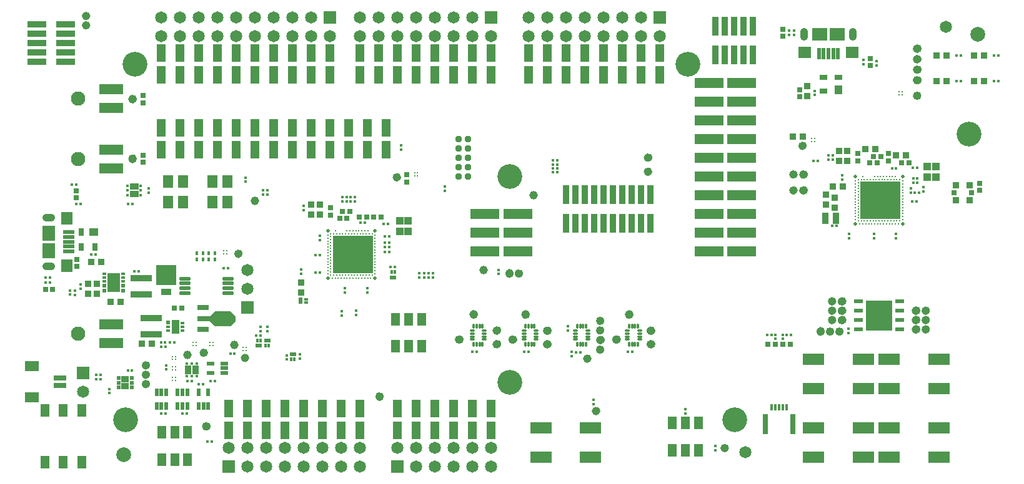
<source format=gts>
G04*
G04 #@! TF.GenerationSoftware,Altium Limited,Altium Designer,21.3.2 (30)*
G04*
G04 Layer_Color=8388736*
%FSLAX24Y24*%
%MOIN*%
G70*
G04*
G04 #@! TF.SameCoordinates,6AA30765-9C08-4FBD-BEF0-21A24CA35A80*
G04*
G04*
G04 #@! TF.FilePolarity,Negative*
G04*
G01*
G75*
%ADD111C,0.0240*%
%ADD112C,0.0454*%
%ADD113R,0.0690X0.1044*%
%ADD114R,0.0232X0.0154*%
%ADD115R,0.0217X0.0226*%
%ADD116R,0.0560X0.0360*%
%ADD117R,0.1060X0.1111*%
%ADD118R,0.0454X0.0690*%
%ADD119C,0.0139*%
%ADD120O,0.0611X0.0217*%
%ADD121C,0.0132*%
%ADD122O,0.0118X0.0287*%
%ADD123O,0.0287X0.0118*%
%ADD124R,0.0513X0.0237*%
%ADD125R,0.1399X0.1635*%
%ADD126R,0.1143X0.0611*%
%ADD127R,0.0166X0.0178*%
%ADD128R,0.0178X0.0166*%
%ADD129R,0.1312X0.0560*%
%ADD130R,0.0296X0.1084*%
%ADD131R,0.0157X0.0354*%
%ADD132R,0.0316X0.0257*%
%ADD133R,0.0395X0.0454*%
%ADD134R,0.0395X0.0296*%
%ADD135R,0.0375X0.0355*%
%ADD136R,0.0532X0.0690*%
%ADD137R,0.0359X0.1005*%
%ADD138R,0.1560X0.0560*%
%ADD139R,0.0462X0.0922*%
%ADD140R,0.0454X0.0651*%
%ADD141R,0.0454X0.0395*%
%ADD142R,0.0296X0.0395*%
%ADD143R,0.0611X0.0690*%
%ADD144R,0.0670X0.0808*%
%ADD145R,0.0591X0.0217*%
%ADD146C,0.0787*%
%ADD147C,0.0370*%
%ADD148R,0.0355X0.0375*%
%ADD149R,0.0769X0.0532*%
%ADD150R,0.0670X0.0296*%
%ADD151R,0.0138X0.0197*%
%ADD152R,0.0327X0.0209*%
%ADD153R,0.0198X0.0414*%
%ADD154R,0.1123X0.0375*%
%ADD155R,0.0220X0.0209*%
%ADD156R,0.0406X0.0323*%
%ADD157R,0.0256X0.0276*%
%ADD158R,0.0236X0.0197*%
%ADD159R,0.0236X0.0157*%
%ADD160R,0.0414X0.0769*%
%ADD161R,0.0611X0.0296*%
%ADD162R,0.0729X0.0296*%
%ADD163R,0.0158X0.0202*%
%ADD164R,0.0360X0.0380*%
%ADD165R,0.0257X0.0296*%
%ADD166R,0.0181X0.0169*%
%ADD167R,0.0177X0.0157*%
%ADD168R,0.0323X0.0453*%
%ADD169R,0.0146X0.0157*%
%ADD170R,0.0375X0.0355*%
%ADD171R,0.0288X0.0257*%
%ADD172R,0.0380X0.0360*%
%ADD173R,0.0197X0.0138*%
%ADD174R,0.0209X0.0327*%
%ADD175C,0.0197*%
%ADD176C,0.0128*%
%ADD177R,0.2165X0.2008*%
%ADD178R,0.0157X0.0146*%
%ADD179R,0.0355X0.0611*%
%ADD180R,0.0296X0.0257*%
%ADD181R,0.0395X0.0434*%
%ADD182R,0.0453X0.0323*%
%ADD183R,0.0157X0.0177*%
%ADD184R,0.0217X0.0591*%
%ADD185R,0.0808X0.0670*%
%ADD186R,0.0690X0.0611*%
%ADD187R,0.0414X0.0198*%
%ADD188R,0.1005X0.0359*%
%ADD189R,0.0257X0.0316*%
%ADD190C,0.0761*%
%ADD191C,0.0651*%
%ADD192R,0.0651X0.0651*%
%ADD193O,0.0690X0.0414*%
%ADD194R,0.0651X0.0651*%
%ADD195O,0.0414X0.0690*%
%ADD196C,0.1320*%
G36*
X11083Y8804D02*
X11088Y8803D01*
X11092Y8801D01*
X11096Y8798D01*
X11100Y8795D01*
X11356Y8539D01*
X11359Y8536D01*
X11361Y8532D01*
X11363Y8527D01*
X11364Y8523D01*
X11364Y8518D01*
Y8282D01*
X11364Y8277D01*
X11363Y8273D01*
X11361Y8268D01*
X11359Y8264D01*
X11356Y8261D01*
X11100Y8005D01*
X11096Y8002D01*
X11092Y7999D01*
X11088Y7997D01*
X11083Y7996D01*
X11078Y7996D01*
X10291D01*
X10286Y7996D01*
X10282Y7997D01*
X10277Y7999D01*
X10273Y8002D01*
X10270Y8005D01*
X10014Y8261D01*
X10011Y8264D01*
X10008Y8268D01*
X10006Y8273D01*
X10005Y8277D01*
X10005Y8282D01*
Y8518D01*
X10005Y8523D01*
X10006Y8527D01*
X10008Y8532D01*
X10011Y8536D01*
X10014Y8539D01*
X10270Y8795D01*
X10273Y8798D01*
X10277Y8801D01*
X10282Y8803D01*
X10286Y8804D01*
X10291Y8804D01*
X11078D01*
X11083Y8804D01*
D02*
G37*
D111*
X30951Y7253D02*
G03*
X30951Y7253I-110J0D01*
G01*
X30929D02*
G03*
X30929Y7253I-110J0D01*
G01*
X47858Y22263D02*
G03*
X47858Y22263I-110J0D01*
G01*
X47836D02*
G03*
X47836Y22263I-110J0D01*
G01*
X37570Y1481D02*
G03*
X37570Y1481I-110J0D01*
G01*
X42693Y7721D02*
G03*
X42693Y7721I-110J0D01*
G01*
Y7699D02*
G03*
X42693Y7699I-110J0D01*
G01*
X43193Y7709D02*
G03*
X43193Y7709I-110J0D01*
G01*
X41241Y16100D02*
G03*
X41241Y16100I-110J0D01*
G01*
X41769D02*
G03*
X41769Y16100I-110J0D01*
G01*
X41791D02*
G03*
X41791Y16100I-110J0D01*
G01*
X30711Y3460D02*
G03*
X30711Y3460I-110J0D01*
G01*
X31786Y7280D02*
G03*
X31786Y7280I-110J0D01*
G01*
X31808D02*
G03*
X31808Y7280I-110J0D01*
G01*
X33648Y7030D02*
G03*
X33648Y7030I-110J0D01*
G01*
X33626D02*
G03*
X33626Y7030I-110J0D01*
G01*
X3501Y24070D02*
G03*
X3501Y24070I-110J0D01*
G01*
X33648Y7750D02*
G03*
X33648Y7750I-110J0D01*
G01*
X33626D02*
G03*
X33626Y7750I-110J0D01*
G01*
X32477Y8628D02*
G03*
X32477Y8628I-110J0D01*
G01*
Y8606D02*
G03*
X32477Y8606I-110J0D01*
G01*
X28121Y7030D02*
G03*
X28121Y7030I-110J0D01*
G01*
X28099D02*
G03*
X28099Y7030I-110J0D01*
G01*
X20080Y15951D02*
G03*
X20080Y15951I-110J0D01*
G01*
X41730Y17629D02*
G03*
X41730Y17629I-110J0D01*
G01*
X33479Y17000D02*
G03*
X33479Y17000I-110J0D01*
G01*
X33501D02*
G03*
X33501Y17000I-110J0D01*
G01*
X33479Y16250D02*
G03*
X33479Y16250I-110J0D01*
G01*
X9909Y2640D02*
G03*
X9909Y2640I-110J0D01*
G01*
X9931D02*
G03*
X9931Y2640I-110J0D01*
G01*
X23421Y7280D02*
G03*
X23421Y7280I-110J0D01*
G01*
X23399D02*
G03*
X23399Y7280I-110J0D01*
G01*
X24180Y8609D02*
G03*
X24180Y8609I-110J0D01*
G01*
Y8631D02*
G03*
X24180Y8631I-110J0D01*
G01*
X25409Y7760D02*
G03*
X25409Y7760I-110J0D01*
G01*
X25431D02*
G03*
X25431Y7760I-110J0D01*
G01*
X25409Y7030D02*
G03*
X25409Y7030I-110J0D01*
G01*
X25431D02*
G03*
X25431Y7030I-110J0D01*
G01*
X26950Y8606D02*
G03*
X26950Y8606I-110J0D01*
G01*
Y8628D02*
G03*
X26950Y8628I-110J0D01*
G01*
X28099Y7750D02*
G03*
X28099Y7750I-110J0D01*
G01*
X28121D02*
G03*
X28121Y7750I-110J0D01*
G01*
X11630Y11861D02*
G03*
X11630Y11861I-110J0D01*
G01*
X3501Y24570D02*
G03*
X3501Y24570I-110J0D01*
G01*
X30241Y6260D02*
G03*
X30241Y6260I-110J0D01*
G01*
X30929Y8280D02*
G03*
X30929Y8280I-110J0D01*
G01*
Y7767D02*
G03*
X30929Y7767I-110J0D01*
G01*
Y6740D02*
G03*
X30929Y6740I-110J0D01*
G01*
X5980Y20119D02*
G03*
X5980Y20119I-110J0D01*
G01*
Y20141D02*
G03*
X5980Y20141I-110J0D01*
G01*
Y16928D02*
G03*
X5980Y16928I-110J0D01*
G01*
Y16950D02*
G03*
X5980Y16950I-110J0D01*
G01*
X9780Y6571D02*
G03*
X9780Y6571I-110J0D01*
G01*
X19160Y4241D02*
G03*
X19160Y4241I-110J0D01*
G01*
Y4219D02*
G03*
X19160Y4219I-110J0D01*
G01*
X11979Y6296D02*
G03*
X11979Y6296I-110J0D01*
G01*
X6692Y4900D02*
G03*
X6692Y4900I-110J0D01*
G01*
X6691Y5400D02*
G03*
X6691Y5400I-110J0D01*
G01*
X6692Y5900D02*
G03*
X6692Y5900I-110J0D01*
G01*
X26090Y10799D02*
G03*
X26090Y10799I-110J0D01*
G01*
Y10821D02*
G03*
X26090Y10821I-110J0D01*
G01*
X26590Y10809D02*
G03*
X26590Y10809I-110J0D01*
G01*
X48302Y8820D02*
G03*
X48302Y8820I-110J0D01*
G01*
Y8320D02*
G03*
X48302Y8320I-110J0D01*
G01*
Y7820D02*
G03*
X48302Y7820I-110J0D01*
G01*
X43304Y9320D02*
G03*
X43304Y9320I-110J0D01*
G01*
Y8820D02*
G03*
X43304Y8820I-110J0D01*
G01*
Y8320D02*
G03*
X43304Y8320I-110J0D01*
G01*
X43693Y7709D02*
G03*
X43693Y7709I-110J0D01*
G01*
X47772Y8820D02*
G03*
X47772Y8820I-110J0D01*
G01*
X47794D02*
G03*
X47794Y8820I-110J0D01*
G01*
X47772Y8320D02*
G03*
X47772Y8320I-110J0D01*
G01*
X47794D02*
G03*
X47794Y8320I-110J0D01*
G01*
X47772Y7820D02*
G03*
X47772Y7820I-110J0D01*
G01*
X47794D02*
G03*
X47794Y7820I-110J0D01*
G01*
X43844Y9320D02*
G03*
X43844Y9320I-110J0D01*
G01*
X43822D02*
G03*
X43822Y9320I-110J0D01*
G01*
X43844Y8820D02*
G03*
X43844Y8820I-110J0D01*
G01*
X43822D02*
G03*
X43822Y8820I-110J0D01*
G01*
X43844Y8320D02*
G03*
X43844Y8320I-110J0D01*
G01*
X43822D02*
G03*
X43822Y8320I-110J0D01*
G01*
X47840Y20311D02*
G03*
X47840Y20311I-110J0D01*
G01*
X47858Y21703D02*
G03*
X47858Y21703I-110J0D01*
G01*
X47836D02*
G03*
X47836Y21703I-110J0D01*
G01*
X47858Y21143D02*
G03*
X47858Y21143I-110J0D01*
G01*
X47836D02*
G03*
X47836Y21143I-110J0D01*
G01*
X47858Y22823D02*
G03*
X47858Y22823I-110J0D01*
G01*
X47836D02*
G03*
X47836Y22823I-110J0D01*
G01*
X41241Y15250D02*
G03*
X41241Y15250I-110J0D01*
G01*
X41769D02*
G03*
X41769Y15250I-110J0D01*
G01*
X41791D02*
G03*
X41791Y15250I-110J0D01*
G01*
X26259Y7280D02*
G03*
X26259Y7280I-110J0D01*
G01*
X26281D02*
G03*
X26281Y7280I-110J0D01*
G01*
D112*
X11300Y7000D02*
D03*
X24600Y11000D02*
D03*
X27250Y15000D02*
D03*
X12400Y14700D02*
D03*
X8800Y6450D02*
D03*
D113*
X4860Y10340D02*
D03*
D114*
X4360Y10793D02*
D03*
Y10596D02*
D03*
Y10399D02*
D03*
X5360D02*
D03*
Y10596D02*
D03*
Y10793D02*
D03*
D115*
X4360Y10143D02*
D03*
Y9887D02*
D03*
X5360D02*
D03*
Y10143D02*
D03*
D116*
X7680Y9810D02*
D03*
D117*
Y10736D02*
D03*
D118*
X8809Y2328D02*
D03*
X8120D02*
D03*
X7431D02*
D03*
Y872D02*
D03*
X8120D02*
D03*
X8809D02*
D03*
X34677Y1354D02*
D03*
X35366D02*
D03*
X36055D02*
D03*
Y2811D02*
D03*
X35366D02*
D03*
X34677D02*
D03*
X19910Y6913D02*
D03*
X20599D02*
D03*
X21288D02*
D03*
Y8370D02*
D03*
X20599D02*
D03*
X19910D02*
D03*
D119*
X30963Y7253D02*
D03*
X30697D02*
D03*
X47870Y22263D02*
D03*
X47604D02*
D03*
X37460Y1603D02*
D03*
Y1357D02*
D03*
X42583Y7843D02*
D03*
Y7577D02*
D03*
X43083Y7587D02*
D03*
Y7833D02*
D03*
X41253Y16100D02*
D03*
X41007D02*
D03*
X41537D02*
D03*
X41803D02*
D03*
X30477Y3460D02*
D03*
X30723D02*
D03*
X31554Y7280D02*
D03*
X31820D02*
D03*
X33660Y7030D02*
D03*
X33394D02*
D03*
X3513Y24070D02*
D03*
X3267D02*
D03*
X33660Y7750D02*
D03*
X33394D02*
D03*
X32367Y8750D02*
D03*
Y8484D02*
D03*
X28133Y7030D02*
D03*
X27867D02*
D03*
X19970Y16073D02*
D03*
Y15827D02*
D03*
X41620Y17507D02*
D03*
Y17753D02*
D03*
X33247Y17000D02*
D03*
X33513D02*
D03*
X33491Y16250D02*
D03*
X33245D02*
D03*
X9677Y2640D02*
D03*
X9943D02*
D03*
X23433Y7280D02*
D03*
X23167D02*
D03*
X24070Y8487D02*
D03*
Y8753D02*
D03*
X25177Y7760D02*
D03*
X25443D02*
D03*
X25177Y7030D02*
D03*
X25443D02*
D03*
X26840Y8484D02*
D03*
Y8750D02*
D03*
X27867Y7750D02*
D03*
X28133D02*
D03*
X11520Y11983D02*
D03*
Y11737D02*
D03*
X3513Y24570D02*
D03*
X3267D02*
D03*
X30253Y6260D02*
D03*
X30007D02*
D03*
X30697Y8280D02*
D03*
X30943D02*
D03*
X30697Y7767D02*
D03*
X30943D02*
D03*
X30697Y6740D02*
D03*
X30943D02*
D03*
X5870Y19997D02*
D03*
Y20263D02*
D03*
Y16806D02*
D03*
Y17072D02*
D03*
X9670Y6693D02*
D03*
Y6447D02*
D03*
X19050Y4363D02*
D03*
Y4097D02*
D03*
X11991Y6296D02*
D03*
X11745D02*
D03*
X6704Y4900D02*
D03*
X6458D02*
D03*
X6703Y5400D02*
D03*
X6457D02*
D03*
X6704Y5900D02*
D03*
X6458D02*
D03*
X25980Y10677D02*
D03*
Y10943D02*
D03*
X26480Y10687D02*
D03*
Y10933D02*
D03*
X48070Y8820D02*
D03*
X48316D02*
D03*
X48070Y8320D02*
D03*
X48316D02*
D03*
X48070Y7820D02*
D03*
X48316D02*
D03*
X43316Y9320D02*
D03*
X43070D02*
D03*
X43316Y8820D02*
D03*
X43070D02*
D03*
X43316Y8320D02*
D03*
X43070D02*
D03*
X43583Y7587D02*
D03*
Y7833D02*
D03*
X47540Y8820D02*
D03*
X47806D02*
D03*
X47540Y8320D02*
D03*
X47806D02*
D03*
X47540Y7820D02*
D03*
X47806D02*
D03*
X43856Y9320D02*
D03*
X43590D02*
D03*
X43856Y8820D02*
D03*
X43590D02*
D03*
X43856Y8320D02*
D03*
X43590D02*
D03*
X47730Y20433D02*
D03*
Y20187D02*
D03*
X47870Y21703D02*
D03*
X47604D02*
D03*
X47870Y21143D02*
D03*
X47604D02*
D03*
X47870Y22823D02*
D03*
X47604D02*
D03*
X41253Y15250D02*
D03*
X41007D02*
D03*
X41537D02*
D03*
X41803D02*
D03*
X26027Y7280D02*
D03*
X26293D02*
D03*
D120*
X10981Y9766D02*
D03*
Y10022D02*
D03*
Y10278D02*
D03*
Y10534D02*
D03*
X8659Y9766D02*
D03*
Y10022D02*
D03*
Y10278D02*
D03*
Y10534D02*
D03*
D121*
X11779Y6845D02*
D03*
X11937D02*
D03*
X11779Y6687D02*
D03*
X11937D02*
D03*
X20921Y16031D02*
D03*
Y16189D02*
D03*
X21079Y16031D02*
D03*
Y16189D02*
D03*
X10741Y11871D02*
D03*
Y12029D02*
D03*
X10899Y11871D02*
D03*
Y12029D02*
D03*
X42111Y17851D02*
D03*
Y18009D02*
D03*
X42269Y17851D02*
D03*
Y18009D02*
D03*
X7991Y5259D02*
D03*
X8149D02*
D03*
X7991Y5101D02*
D03*
X8149D02*
D03*
X7991Y5814D02*
D03*
X8149D02*
D03*
X7991Y5656D02*
D03*
X8149D02*
D03*
X9259Y6961D02*
D03*
X9101D02*
D03*
X9259Y7119D02*
D03*
X9101D02*
D03*
X7991Y6369D02*
D03*
X8149D02*
D03*
X7991Y6211D02*
D03*
X8149D02*
D03*
X10149Y6961D02*
D03*
X9991D02*
D03*
X10149Y7119D02*
D03*
X9991D02*
D03*
X46929Y20351D02*
D03*
X46771D02*
D03*
X46929Y20509D02*
D03*
X46771D02*
D03*
D122*
X27310Y7034D02*
D03*
X27152D02*
D03*
X26995D02*
D03*
X26837D02*
D03*
Y7999D02*
D03*
X26995D02*
D03*
X27152D02*
D03*
X27310D02*
D03*
X32836Y7034D02*
D03*
X32679D02*
D03*
X32521D02*
D03*
X32364D02*
D03*
Y7999D02*
D03*
X32521D02*
D03*
X32679D02*
D03*
X32836D02*
D03*
X30073Y7034D02*
D03*
X29915D02*
D03*
X29758D02*
D03*
X29600D02*
D03*
Y7999D02*
D03*
X29758D02*
D03*
X29915D02*
D03*
X30073D02*
D03*
X24546Y7034D02*
D03*
X24389D02*
D03*
X24231D02*
D03*
X24074D02*
D03*
Y7999D02*
D03*
X24231D02*
D03*
X24389D02*
D03*
X24546D02*
D03*
D123*
X26749Y7280D02*
D03*
Y7437D02*
D03*
Y7595D02*
D03*
Y7752D02*
D03*
X27398D02*
D03*
Y7595D02*
D03*
Y7437D02*
D03*
Y7280D02*
D03*
X32275D02*
D03*
Y7437D02*
D03*
Y7595D02*
D03*
Y7752D02*
D03*
X32925D02*
D03*
Y7595D02*
D03*
Y7437D02*
D03*
Y7280D02*
D03*
X29512D02*
D03*
Y7437D02*
D03*
Y7595D02*
D03*
Y7752D02*
D03*
X30161D02*
D03*
Y7595D02*
D03*
Y7437D02*
D03*
Y7280D02*
D03*
X23985D02*
D03*
Y7437D02*
D03*
Y7595D02*
D03*
Y7752D02*
D03*
X24635D02*
D03*
Y7595D02*
D03*
Y7437D02*
D03*
Y7280D02*
D03*
D124*
X46784Y7820D02*
D03*
Y8320D02*
D03*
Y8820D02*
D03*
Y9320D02*
D03*
X44602Y7820D02*
D03*
Y8320D02*
D03*
Y8820D02*
D03*
Y9320D02*
D03*
D125*
X45693Y8570D02*
D03*
D126*
X30309Y985D02*
D03*
Y2560D02*
D03*
X27651Y985D02*
D03*
Y2560D02*
D03*
X48904Y985D02*
D03*
Y2560D02*
D03*
X46247Y985D02*
D03*
Y2560D02*
D03*
X44864Y985D02*
D03*
Y2560D02*
D03*
X42207Y985D02*
D03*
Y2560D02*
D03*
X46247Y6232D02*
D03*
Y4657D02*
D03*
X48904Y6232D02*
D03*
Y4657D02*
D03*
X42207Y6232D02*
D03*
Y4657D02*
D03*
X44864Y6232D02*
D03*
Y4657D02*
D03*
D127*
X39728Y7530D02*
D03*
X39952D02*
D03*
X19648Y11150D02*
D03*
X19872D02*
D03*
X47839Y15117D02*
D03*
X47615D02*
D03*
X19347Y12800D02*
D03*
X19571D02*
D03*
X19347Y12220D02*
D03*
X19571D02*
D03*
Y11958D02*
D03*
X19347D02*
D03*
X19493Y13451D02*
D03*
X19268D02*
D03*
X15861Y11781D02*
D03*
X15636D02*
D03*
X15636Y10846D02*
D03*
X15861D02*
D03*
X18260Y13523D02*
D03*
X18035D02*
D03*
X19571Y12470D02*
D03*
X19347D02*
D03*
X43420Y13352D02*
D03*
X43196D02*
D03*
X40778Y7530D02*
D03*
X41002D02*
D03*
X42422Y16840D02*
D03*
X42198D02*
D03*
X8102Y7120D02*
D03*
X7878D02*
D03*
X7612Y7120D02*
D03*
X7388D02*
D03*
X10092Y1820D02*
D03*
X9868D02*
D03*
X11312Y6540D02*
D03*
X11088D02*
D03*
X5842Y5610D02*
D03*
X5618D02*
D03*
X1246Y10590D02*
D03*
X1471D02*
D03*
X52051Y21087D02*
D03*
X51826D02*
D03*
X50051D02*
D03*
X49826D02*
D03*
X52051Y22447D02*
D03*
X51826D02*
D03*
X50051D02*
D03*
X49826D02*
D03*
X5872Y14540D02*
D03*
X5648D02*
D03*
X9022Y5060D02*
D03*
X8798D02*
D03*
D128*
X40166Y7533D02*
D03*
Y7308D02*
D03*
X17802Y8818D02*
D03*
Y8594D02*
D03*
X13060Y15028D02*
D03*
Y15252D02*
D03*
X11910Y15932D02*
D03*
Y15708D02*
D03*
X15000Y14198D02*
D03*
Y14422D02*
D03*
X18406Y9799D02*
D03*
Y10023D02*
D03*
X13050Y7728D02*
D03*
Y7952D02*
D03*
X14800Y6482D02*
D03*
Y6258D02*
D03*
X14100Y6432D02*
D03*
Y6208D02*
D03*
X12700Y7728D02*
D03*
Y7952D02*
D03*
X15857Y12604D02*
D03*
Y12828D02*
D03*
X17186Y9799D02*
D03*
Y10023D02*
D03*
X17048Y8559D02*
D03*
Y8784D02*
D03*
X45435Y12913D02*
D03*
Y12688D02*
D03*
X44115Y12913D02*
D03*
Y12688D02*
D03*
X46615D02*
D03*
Y12913D02*
D03*
X4630Y4408D02*
D03*
Y4632D02*
D03*
X7650Y5902D02*
D03*
Y5678D02*
D03*
X3929Y5158D02*
D03*
Y5382D02*
D03*
X4149D02*
D03*
Y5158D02*
D03*
X3090Y10222D02*
D03*
Y9998D02*
D03*
X2800Y9892D02*
D03*
Y9668D02*
D03*
X25400Y11002D02*
D03*
Y10778D02*
D03*
X41157Y23791D02*
D03*
Y23567D02*
D03*
X43010Y16888D02*
D03*
Y17112D02*
D03*
X43230Y16888D02*
D03*
Y17112D02*
D03*
X36950Y1358D02*
D03*
Y1582D02*
D03*
X29090Y7982D02*
D03*
Y7758D02*
D03*
X40564Y7308D02*
D03*
Y7533D02*
D03*
X35370Y3562D02*
D03*
Y3338D02*
D03*
X21890Y10598D02*
D03*
Y10822D02*
D03*
X21653Y10598D02*
D03*
Y10822D02*
D03*
X21417Y10598D02*
D03*
Y10822D02*
D03*
X21180Y10598D02*
D03*
Y10822D02*
D03*
X17730Y14658D02*
D03*
Y14882D02*
D03*
X17510Y14658D02*
D03*
Y14882D02*
D03*
X17290Y14658D02*
D03*
Y14882D02*
D03*
X17070Y14658D02*
D03*
Y14882D02*
D03*
X22520Y15442D02*
D03*
Y15218D02*
D03*
X20200Y17428D02*
D03*
Y17652D02*
D03*
X14850Y10798D02*
D03*
Y11022D02*
D03*
X29310Y6612D02*
D03*
Y6388D02*
D03*
X12830Y15252D02*
D03*
Y15028D02*
D03*
X30470Y4042D02*
D03*
Y3818D02*
D03*
X6740Y15342D02*
D03*
Y15118D02*
D03*
D129*
X4724Y17429D02*
D03*
Y16429D02*
D03*
Y8090D02*
D03*
Y7090D02*
D03*
Y20657D02*
D03*
Y19657D02*
D03*
D130*
X41112Y2767D02*
D03*
X39616D02*
D03*
D131*
X40560Y3673D02*
D03*
X40364D02*
D03*
X40167D02*
D03*
X39970D02*
D03*
X40757D02*
D03*
D132*
X1613Y9967D02*
D03*
X1239D02*
D03*
D133*
X43526Y20634D02*
D03*
D134*
Y21303D02*
D03*
X42719D02*
D03*
Y20555D02*
D03*
D135*
X41864Y20825D02*
D03*
Y20294D02*
D03*
X43338Y14858D02*
D03*
Y14326D02*
D03*
X15414Y14480D02*
D03*
Y13948D02*
D03*
X15857Y14480D02*
D03*
Y13948D02*
D03*
X44007Y16838D02*
D03*
Y17370D02*
D03*
X42875Y14484D02*
D03*
Y15015D02*
D03*
X43564Y17370D02*
D03*
Y16838D02*
D03*
X3970Y9724D02*
D03*
Y10256D02*
D03*
X3500Y9724D02*
D03*
Y10256D02*
D03*
D136*
X7775Y15711D02*
D03*
X8563Y14609D02*
D03*
X7775D02*
D03*
X10137D02*
D03*
X10925D02*
D03*
X8563Y15711D02*
D03*
X10137D02*
D03*
X10925D02*
D03*
D137*
X29000Y15018D02*
D03*
X29500D02*
D03*
X30000D02*
D03*
X30500D02*
D03*
X31000D02*
D03*
X29000Y13482D02*
D03*
X29500D02*
D03*
X30000D02*
D03*
X30500D02*
D03*
X31000D02*
D03*
X33500D02*
D03*
X33000D02*
D03*
X32500D02*
D03*
X32000D02*
D03*
X31500D02*
D03*
X33500Y15018D02*
D03*
X33000D02*
D03*
X32500D02*
D03*
X32000D02*
D03*
X31500D02*
D03*
X38970Y22502D02*
D03*
X38470D02*
D03*
X37970D02*
D03*
X37470D02*
D03*
X36970D02*
D03*
X38970Y24038D02*
D03*
X38470D02*
D03*
X37970D02*
D03*
X37470D02*
D03*
X36970D02*
D03*
D138*
X38375Y12000D02*
D03*
X36625D02*
D03*
X38375Y14000D02*
D03*
X36625D02*
D03*
X38375Y16000D02*
D03*
X36625D02*
D03*
X38375Y17000D02*
D03*
X36625D02*
D03*
X38375Y18000D02*
D03*
X36625D02*
D03*
X38375Y19000D02*
D03*
X36625D02*
D03*
X38375Y20000D02*
D03*
X36625D02*
D03*
X38375Y21000D02*
D03*
X36625D02*
D03*
Y15000D02*
D03*
X38375D02*
D03*
X36625Y13000D02*
D03*
X38375D02*
D03*
X26425Y12000D02*
D03*
X24675D02*
D03*
X26425Y13000D02*
D03*
X24675D02*
D03*
X26425Y14000D02*
D03*
X24675D02*
D03*
D139*
X31000Y21423D02*
D03*
Y22577D02*
D03*
X27000Y21423D02*
D03*
X30000D02*
D03*
X29000Y21423D02*
D03*
X34000Y21423D02*
D03*
X33000D02*
D03*
X27000Y22577D02*
D03*
X30000D02*
D03*
X29000D02*
D03*
X34000D02*
D03*
X33000D02*
D03*
X28000Y21423D02*
D03*
X32000D02*
D03*
X28000Y22577D02*
D03*
X32000D02*
D03*
X7400Y21423D02*
D03*
X13400D02*
D03*
X7400Y22577D02*
D03*
X13400D02*
D03*
X8400Y21423D02*
D03*
X9400Y21423D02*
D03*
X11400D02*
D03*
X12400D02*
D03*
X15400D02*
D03*
X16400D02*
D03*
X8400Y22577D02*
D03*
X9400D02*
D03*
X11400D02*
D03*
X12400D02*
D03*
X15400D02*
D03*
X16400D02*
D03*
X10400Y21423D02*
D03*
X14400Y21423D02*
D03*
X10400Y22577D02*
D03*
X14400D02*
D03*
X14000Y3577D02*
D03*
Y2423D02*
D03*
X18000Y3577D02*
D03*
X15000D02*
D03*
X16000Y3577D02*
D03*
X11000Y3577D02*
D03*
X12000D02*
D03*
X18000Y2423D02*
D03*
X15000D02*
D03*
X16000D02*
D03*
X11000D02*
D03*
X12000D02*
D03*
X17000Y3577D02*
D03*
X13000D02*
D03*
X17000Y2423D02*
D03*
X13000D02*
D03*
X23000Y3577D02*
D03*
X23000Y2423D02*
D03*
X25000Y3577D02*
D03*
X24000D02*
D03*
X21000D02*
D03*
X20000D02*
D03*
X25000Y2423D02*
D03*
X24000D02*
D03*
X21000D02*
D03*
X20000D02*
D03*
X22000Y3577D02*
D03*
Y2423D02*
D03*
X15400Y18577D02*
D03*
Y17423D02*
D03*
X16400Y18577D02*
D03*
Y17423D02*
D03*
X7400D02*
D03*
Y18577D02*
D03*
X11400D02*
D03*
Y17423D02*
D03*
X12400Y18577D02*
D03*
Y17423D02*
D03*
X10400Y18577D02*
D03*
Y17423D02*
D03*
X9400Y18577D02*
D03*
Y17423D02*
D03*
X8400D02*
D03*
Y18577D02*
D03*
X14400Y17423D02*
D03*
Y18577D02*
D03*
X13400Y17423D02*
D03*
Y18577D02*
D03*
X17400Y17423D02*
D03*
Y18577D02*
D03*
X18400Y17423D02*
D03*
Y18577D02*
D03*
X19400Y17423D02*
D03*
Y18577D02*
D03*
X22000Y21423D02*
D03*
Y22577D02*
D03*
X18000Y21423D02*
D03*
X21000D02*
D03*
X20000Y21423D02*
D03*
X25000Y21423D02*
D03*
X24000D02*
D03*
X18000Y22577D02*
D03*
X21000D02*
D03*
X20000D02*
D03*
X25000D02*
D03*
X24000D02*
D03*
X19000Y21423D02*
D03*
X23000D02*
D03*
X19000Y22577D02*
D03*
X23000D02*
D03*
D140*
X3160Y732D02*
D03*
X1192D02*
D03*
X2176D02*
D03*
Y3488D02*
D03*
X1192D02*
D03*
X3160D02*
D03*
D141*
X3791Y13034D02*
D03*
D142*
X3122D02*
D03*
Y12226D02*
D03*
X3870D02*
D03*
D143*
X2365Y13760D02*
D03*
Y11240D02*
D03*
D144*
X1400Y12028D02*
D03*
Y12972D02*
D03*
D145*
X2454Y11988D02*
D03*
Y12244D02*
D03*
Y13012D02*
D03*
Y12756D02*
D03*
Y12500D02*
D03*
D146*
X50973Y23600D02*
D03*
X5411Y1120D02*
D03*
D147*
X23250Y16000D02*
D03*
Y16500D02*
D03*
Y17000D02*
D03*
Y17500D02*
D03*
Y18000D02*
D03*
X23750D02*
D03*
Y17500D02*
D03*
Y17000D02*
D03*
Y16500D02*
D03*
Y16000D02*
D03*
D148*
X3660Y11440D02*
D03*
X4192D02*
D03*
X43229Y15468D02*
D03*
X43761D02*
D03*
X47137Y17112D02*
D03*
X46605D02*
D03*
X45513Y17466D02*
D03*
X44981D02*
D03*
X41626Y18140D02*
D03*
X41094D02*
D03*
X5226Y9280D02*
D03*
X4694D02*
D03*
X6886Y7070D02*
D03*
X6354D02*
D03*
D149*
X484Y4203D02*
D03*
Y5857D02*
D03*
D150*
X2010Y4833D02*
D03*
Y5227D02*
D03*
D151*
X12521Y7238D02*
D03*
X12699D02*
D03*
X13139Y6962D02*
D03*
X12961D02*
D03*
X14509Y6212D02*
D03*
X14331D02*
D03*
X19686Y10880D02*
D03*
X19863D02*
D03*
D152*
X12610Y6962D02*
D03*
X13050Y7238D02*
D03*
X14420Y6488D02*
D03*
X19775Y10605D02*
D03*
D153*
X9394Y4474D02*
D03*
X9906D02*
D03*
Y3726D02*
D03*
X9650D02*
D03*
X9394D02*
D03*
X8786Y3726D02*
D03*
X8530D02*
D03*
X8274D02*
D03*
Y4474D02*
D03*
X8530D02*
D03*
X8786D02*
D03*
X7666Y3726D02*
D03*
X7410D02*
D03*
X7154D02*
D03*
Y4474D02*
D03*
X7410D02*
D03*
X7666D02*
D03*
D154*
X6850Y8413D02*
D03*
Y7547D02*
D03*
X6340Y9687D02*
D03*
Y10553D02*
D03*
D155*
X5124Y5226D02*
D03*
Y4970D02*
D03*
Y4714D02*
D03*
X5836D02*
D03*
Y4970D02*
D03*
Y5226D02*
D03*
D156*
X5480Y5157D02*
D03*
Y4783D02*
D03*
D157*
X6430Y20327D02*
D03*
Y19933D02*
D03*
Y16742D02*
D03*
Y17136D02*
D03*
D158*
X7776Y8177D02*
D03*
D159*
Y7960D02*
D03*
Y7763D02*
D03*
X8544D02*
D03*
Y7960D02*
D03*
Y8157D02*
D03*
D160*
X8160Y7960D02*
D03*
D161*
X9641Y8991D02*
D03*
Y7809D02*
D03*
D162*
X9700Y8400D02*
D03*
D163*
X10260Y11553D02*
D03*
Y11884D02*
D03*
X9940Y11553D02*
D03*
Y11884D02*
D03*
X9300Y11553D02*
D03*
Y11884D02*
D03*
X9620Y11553D02*
D03*
Y11884D02*
D03*
D164*
X51313Y21087D02*
D03*
X50763D02*
D03*
X49313D02*
D03*
X48763D02*
D03*
X51313Y22447D02*
D03*
X50763D02*
D03*
X49313D02*
D03*
X48763D02*
D03*
D165*
X20490Y15703D02*
D03*
Y16097D02*
D03*
X51050Y15637D02*
D03*
Y15243D02*
D03*
X16428Y13926D02*
D03*
Y14320D02*
D03*
X44578Y16816D02*
D03*
Y17210D02*
D03*
X46202Y16836D02*
D03*
Y17230D02*
D03*
D166*
X28300Y16862D02*
D03*
Y16638D02*
D03*
X28520Y16862D02*
D03*
Y16638D02*
D03*
D167*
X9292Y5308D02*
D03*
X9036D02*
D03*
X8780D02*
D03*
Y5997D02*
D03*
X9036D02*
D03*
X9292D02*
D03*
D168*
X9229Y5652D02*
D03*
X8843D02*
D03*
D169*
X47478Y14670D02*
D03*
X47702D02*
D03*
X12474Y7486D02*
D03*
X12699D02*
D03*
X47722Y16462D02*
D03*
X47497D02*
D03*
X32298Y6620D02*
D03*
X32522D02*
D03*
X8528Y3310D02*
D03*
X8752D02*
D03*
X10028Y5070D02*
D03*
X10252D02*
D03*
X9408Y4890D02*
D03*
X9632D02*
D03*
X7408Y3310D02*
D03*
X7632D02*
D03*
X10952Y11100D02*
D03*
X10728D02*
D03*
X5958Y10910D02*
D03*
X6182D02*
D03*
X7398Y6900D02*
D03*
X7622D02*
D03*
X1246Y10310D02*
D03*
X1471D02*
D03*
X3664Y11840D02*
D03*
X3888D02*
D03*
X2852Y15560D02*
D03*
X2628D02*
D03*
X3082Y14520D02*
D03*
X2858D02*
D03*
X29749Y6600D02*
D03*
X29524D02*
D03*
X24222Y6620D02*
D03*
X23998D02*
D03*
X26996D02*
D03*
X26771D02*
D03*
X46607Y16413D02*
D03*
X46383D02*
D03*
D170*
X49793Y14711D02*
D03*
Y15518D02*
D03*
X50541D02*
D03*
Y14711D02*
D03*
D171*
X49710Y15115D02*
D03*
X50623D02*
D03*
D172*
X14850Y10335D02*
D03*
Y9785D02*
D03*
D173*
X15118Y9439D02*
D03*
Y9261D02*
D03*
D174*
X14842Y9350D02*
D03*
D175*
X44440Y15980D02*
D03*
Y13460D02*
D03*
X46960D02*
D03*
Y15980D02*
D03*
X16290Y13090D02*
D03*
Y10570D02*
D03*
X18809D02*
D03*
Y13090D02*
D03*
D176*
X46566Y15980D02*
D03*
X46723Y13460D02*
D03*
X46566D02*
D03*
X46802Y13618D02*
D03*
Y15822D02*
D03*
X44440Y13696D02*
D03*
X46409Y13460D02*
D03*
X46251D02*
D03*
X46094D02*
D03*
X45936D02*
D03*
X45779D02*
D03*
X45621D02*
D03*
X45464D02*
D03*
X45306D02*
D03*
X45149D02*
D03*
X44991D02*
D03*
X44834D02*
D03*
X44676D02*
D03*
X46645Y13618D02*
D03*
X46487D02*
D03*
X46330D02*
D03*
X46172D02*
D03*
X46015D02*
D03*
X45857D02*
D03*
X45700D02*
D03*
X45542D02*
D03*
X45385D02*
D03*
X45227D02*
D03*
X45070D02*
D03*
X44912D02*
D03*
X44755D02*
D03*
X44597D02*
D03*
Y13775D02*
D03*
Y13933D02*
D03*
X44440Y13854D02*
D03*
Y14011D02*
D03*
X44597Y14090D02*
D03*
X46960Y14169D02*
D03*
X44440D02*
D03*
X44597Y14248D02*
D03*
X46960Y14326D02*
D03*
X44440D02*
D03*
X44597Y14405D02*
D03*
X46960Y14484D02*
D03*
X44440D02*
D03*
X44597Y14563D02*
D03*
X46960Y14641D02*
D03*
X44440D02*
D03*
X44597Y14720D02*
D03*
X46960Y14799D02*
D03*
X44440D02*
D03*
X44597Y14877D02*
D03*
X46960Y14956D02*
D03*
X44440D02*
D03*
X44597Y15035D02*
D03*
X46960Y15114D02*
D03*
X44440D02*
D03*
X44597Y15192D02*
D03*
X46960Y15271D02*
D03*
X44440D02*
D03*
X44597Y15350D02*
D03*
X46960Y15429D02*
D03*
X44440D02*
D03*
X44597Y15507D02*
D03*
X46960Y15586D02*
D03*
X44440D02*
D03*
X44597Y15665D02*
D03*
X46960Y15744D02*
D03*
X44440D02*
D03*
X46172Y15822D02*
D03*
X46015D02*
D03*
X45857D02*
D03*
X45700D02*
D03*
X45542D02*
D03*
X45385D02*
D03*
X45227D02*
D03*
X45070D02*
D03*
X44912D02*
D03*
X44755D02*
D03*
X44597D02*
D03*
X46409Y15980D02*
D03*
X46251D02*
D03*
X46094D02*
D03*
X45936D02*
D03*
X45779D02*
D03*
X45621D02*
D03*
X45464D02*
D03*
X44834D02*
D03*
X46330Y15822D02*
D03*
X46487D02*
D03*
X46645D02*
D03*
X46960Y14011D02*
D03*
Y13854D02*
D03*
Y13696D02*
D03*
X16447Y12145D02*
D03*
Y10885D02*
D03*
X18416Y13090D02*
D03*
X18573Y10570D02*
D03*
X18416D02*
D03*
X18652Y10728D02*
D03*
Y12932D02*
D03*
X16290Y10806D02*
D03*
X18258Y10570D02*
D03*
X18101D02*
D03*
X17943D02*
D03*
X17786D02*
D03*
X17628D02*
D03*
X17471D02*
D03*
X17313D02*
D03*
X17156D02*
D03*
X16998D02*
D03*
X16841D02*
D03*
X16683D02*
D03*
X16526D02*
D03*
X18494Y10728D02*
D03*
X18337D02*
D03*
X18180D02*
D03*
X18022D02*
D03*
X17865D02*
D03*
X17707D02*
D03*
X17550D02*
D03*
X17392D02*
D03*
X17235D02*
D03*
X17077D02*
D03*
X16920D02*
D03*
X16762D02*
D03*
X16605D02*
D03*
X16447D02*
D03*
Y11043D02*
D03*
X16290Y10964D02*
D03*
Y11121D02*
D03*
X16447Y11200D02*
D03*
X18809Y11279D02*
D03*
X16290D02*
D03*
X16447Y11358D02*
D03*
X18809Y11436D02*
D03*
X16290D02*
D03*
X16447Y11515D02*
D03*
X18809Y11594D02*
D03*
X16290D02*
D03*
X16447Y11673D02*
D03*
X18809Y11751D02*
D03*
X16290D02*
D03*
X16447Y11830D02*
D03*
X18809Y11909D02*
D03*
X16290D02*
D03*
X16447Y11987D02*
D03*
X18809Y12066D02*
D03*
X16290D02*
D03*
X18809Y12224D02*
D03*
X16290D02*
D03*
X16447Y12302D02*
D03*
X18809Y12381D02*
D03*
X16290D02*
D03*
X16447Y12460D02*
D03*
X18809Y12539D02*
D03*
X16290D02*
D03*
X16447Y12617D02*
D03*
X18809Y12696D02*
D03*
X16290D02*
D03*
X16447Y12775D02*
D03*
X18809Y12854D02*
D03*
X16290D02*
D03*
X18022Y12932D02*
D03*
X17865D02*
D03*
X17707D02*
D03*
X17550D02*
D03*
X17392D02*
D03*
X17235D02*
D03*
X17077D02*
D03*
X16920D02*
D03*
X16762D02*
D03*
X16605D02*
D03*
X16447D02*
D03*
X18258Y13090D02*
D03*
X18101D02*
D03*
X17943D02*
D03*
X17786D02*
D03*
X17628D02*
D03*
X17471D02*
D03*
X17313D02*
D03*
X16683D02*
D03*
X18180Y12932D02*
D03*
X18337D02*
D03*
X18494D02*
D03*
X18809Y11121D02*
D03*
Y10964D02*
D03*
Y10806D02*
D03*
D177*
X45779Y14720D02*
D03*
X17628Y11830D02*
D03*
D178*
X48070Y15410D02*
D03*
Y15186D02*
D03*
X28520Y16432D02*
D03*
Y16208D02*
D03*
X28300Y16432D02*
D03*
Y16208D02*
D03*
X2520Y9678D02*
D03*
Y9902D02*
D03*
X40887Y23567D02*
D03*
Y23791D02*
D03*
X42254Y20572D02*
D03*
Y20347D02*
D03*
X45570Y21918D02*
D03*
Y22142D02*
D03*
X44867Y22222D02*
D03*
Y21997D02*
D03*
X44063Y7842D02*
D03*
Y7618D02*
D03*
X47531Y15651D02*
D03*
Y15876D02*
D03*
X43731Y16053D02*
D03*
Y15828D02*
D03*
X47393Y15120D02*
D03*
Y15344D02*
D03*
X47747Y15876D02*
D03*
Y15651D02*
D03*
D179*
X42836Y13746D02*
D03*
X43407D02*
D03*
D180*
X17451Y14115D02*
D03*
X17057D02*
D03*
X18741Y13808D02*
D03*
X19134D02*
D03*
X16920Y13771D02*
D03*
X17313D02*
D03*
X18357Y13808D02*
D03*
X17963D02*
D03*
X45405Y17064D02*
D03*
X45798D02*
D03*
X40967Y7037D02*
D03*
X40573D02*
D03*
X40167D02*
D03*
X39773D02*
D03*
X46891Y16718D02*
D03*
X47284D02*
D03*
X8507Y8970D02*
D03*
X8113D02*
D03*
X45188Y16730D02*
D03*
X45582D02*
D03*
D181*
X20128Y13062D02*
D03*
X20581D02*
D03*
Y13633D02*
D03*
X20128D02*
D03*
X48279Y15952D02*
D03*
X48731D02*
D03*
Y16523D02*
D03*
X48279D02*
D03*
D182*
X5950Y15057D02*
D03*
Y15443D02*
D03*
D183*
X5606Y15506D02*
D03*
Y15250D02*
D03*
Y14994D02*
D03*
X6294D02*
D03*
Y15250D02*
D03*
Y15506D02*
D03*
D184*
X43004Y22547D02*
D03*
X43259D02*
D03*
X43515D02*
D03*
X42748D02*
D03*
X42492D02*
D03*
D185*
X43476Y23600D02*
D03*
X42531D02*
D03*
D186*
X41744Y22635D02*
D03*
X44263D02*
D03*
D187*
X10026Y5494D02*
D03*
Y6006D02*
D03*
X10774D02*
D03*
Y5750D02*
D03*
Y5494D02*
D03*
D188*
X762Y22140D02*
D03*
Y22640D02*
D03*
Y23140D02*
D03*
Y23640D02*
D03*
Y24140D02*
D03*
X2298Y22140D02*
D03*
Y22640D02*
D03*
Y23140D02*
D03*
Y23640D02*
D03*
Y24140D02*
D03*
D189*
X40557Y23866D02*
D03*
Y23492D02*
D03*
X2900Y11190D02*
D03*
Y11564D02*
D03*
X41474Y20263D02*
D03*
Y20637D02*
D03*
X2860Y15227D02*
D03*
Y14853D02*
D03*
X45217Y21923D02*
D03*
Y22297D02*
D03*
D190*
X2954Y16929D02*
D03*
Y7590D02*
D03*
Y20157D02*
D03*
D191*
X7400Y24500D02*
D03*
Y23500D02*
D03*
X8400D02*
D03*
Y24500D02*
D03*
X10400D02*
D03*
Y23500D02*
D03*
X11400D02*
D03*
Y24500D02*
D03*
X13400Y23500D02*
D03*
Y24500D02*
D03*
X16400Y23500D02*
D03*
X15400Y24500D02*
D03*
Y23500D02*
D03*
X14400Y24500D02*
D03*
Y23500D02*
D03*
X12400Y24500D02*
D03*
Y23500D02*
D03*
X9400D02*
D03*
Y24500D02*
D03*
X25000Y1500D02*
D03*
Y500D02*
D03*
X23000Y1500D02*
D03*
Y500D02*
D03*
X20000Y1500D02*
D03*
X21000Y500D02*
D03*
Y1500D02*
D03*
X22000Y500D02*
D03*
Y1500D02*
D03*
X24000Y500D02*
D03*
Y1500D02*
D03*
X18000Y500D02*
D03*
Y1500D02*
D03*
X15000D02*
D03*
Y500D02*
D03*
X13000Y1500D02*
D03*
Y500D02*
D03*
X12000Y1500D02*
D03*
Y500D02*
D03*
X11000Y1500D02*
D03*
X14000Y500D02*
D03*
Y1500D02*
D03*
X16000Y500D02*
D03*
Y1500D02*
D03*
X17000D02*
D03*
Y500D02*
D03*
X38580Y1270D02*
D03*
X3220Y4490D02*
D03*
X12000Y10000D02*
D03*
Y11000D02*
D03*
X49250Y24000D02*
D03*
X27000Y24500D02*
D03*
Y23500D02*
D03*
X30000D02*
D03*
Y24500D02*
D03*
X32000Y23500D02*
D03*
Y24500D02*
D03*
X33000Y23500D02*
D03*
Y24500D02*
D03*
X34000Y23500D02*
D03*
X31000Y24500D02*
D03*
Y23500D02*
D03*
X29000Y24500D02*
D03*
Y23500D02*
D03*
X28000D02*
D03*
Y24500D02*
D03*
X18000D02*
D03*
Y23500D02*
D03*
X21000D02*
D03*
Y24500D02*
D03*
X23000Y23500D02*
D03*
Y24500D02*
D03*
X24000Y23500D02*
D03*
Y24500D02*
D03*
X25000Y23500D02*
D03*
X22000Y24500D02*
D03*
Y23500D02*
D03*
X20000Y24500D02*
D03*
Y23500D02*
D03*
X19000D02*
D03*
Y24500D02*
D03*
D192*
X16400D02*
D03*
X20000Y500D02*
D03*
X11000D02*
D03*
X34000Y24500D02*
D03*
X25000D02*
D03*
D193*
X1400Y13799D02*
D03*
Y11201D02*
D03*
D194*
X3220Y5490D02*
D03*
X12000Y9000D02*
D03*
D195*
X41704Y23600D02*
D03*
X44303D02*
D03*
D196*
X50500Y18250D02*
D03*
X26000Y5000D02*
D03*
Y16000D02*
D03*
X5500Y3000D02*
D03*
X6000Y22000D02*
D03*
X38000Y3000D02*
D03*
X35500Y22000D02*
D03*
M02*

</source>
